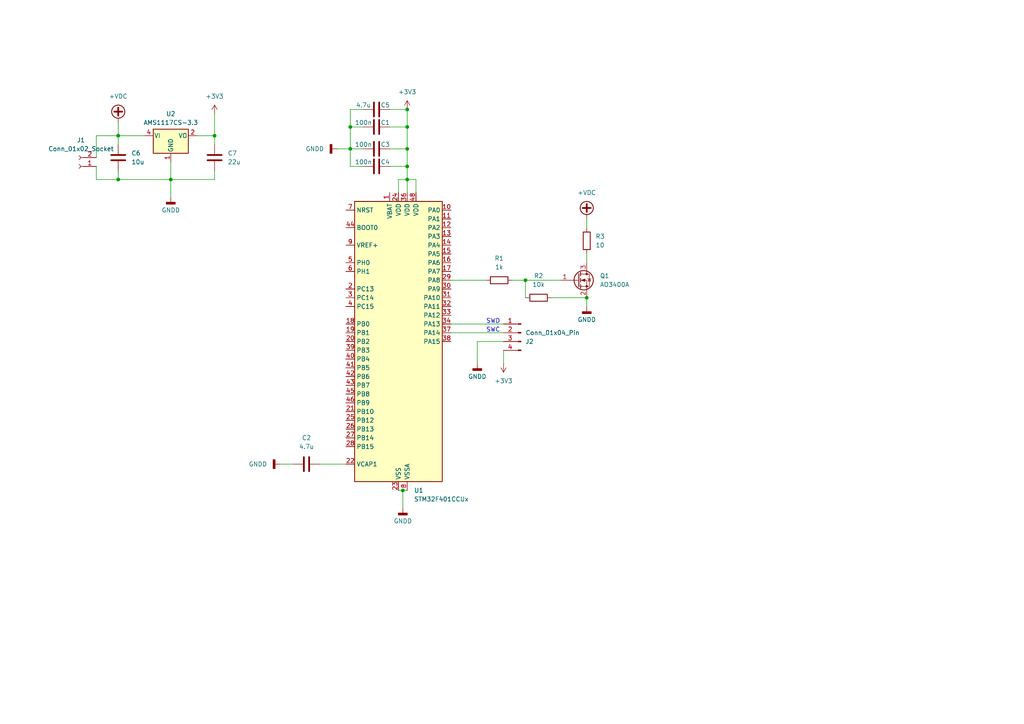
<source format=kicad_sch>
(kicad_sch (version 20230121) (generator eeschema)
  (paper "A4")
  (lib_symbols
    (symbol "Connector:Conn_01x02_Socket" (pin_names (offset 1.016) hide)
      (property "Reference" "J" (at 0 2.54 0))
      (property "Value" "Conn_01x02_Socket" (at 0 -5.08 0))
      (symbol "Conn_01x02_Socket_1_1"
        (arc (start 0 -2.032) (mid -0.5058 -2.54) (end 0 -3.048) (stroke (width 0.1524)))
        (polyline (pts (xy -1.27 -2.54) (xy -0.508 -2.54)) (stroke (width 0.1524)))
        (polyline (pts (xy -1.27 0) (xy -0.508 0)) (stroke (width 0.1524)))
        (arc (start 0 0.508) (mid -0.5058 0) (end 0 -0.508) (stroke (width 0.1524)))
        (pin passive line (at -5.08 0 0) (length 3.81) (name "Pin_1") (number "1"))
        (pin passive line (at -5.08 -2.54 0) (length 3.81) (name "Pin_2") (number "2"))
      )
    )
    (symbol "Connector:Conn_01x04_Pin" (pin_names (offset 1.016) hide)
      (property "Reference" "J" (at 0 5.08 0))
      (property "Value" "Conn_01x04_Pin" (at 0 -7.62 0))
      (symbol "Conn_01x04_Pin_1_1"
        (polyline (pts (xy 1.27 -5.08) (xy 0.8636 -5.08)) (stroke (width 0.1524)))
        (polyline (pts (xy 1.27 -2.54) (xy 0.8636 -2.54)) (stroke (width 0.1524)))
        (polyline (pts (xy 1.27 0) (xy 0.8636 0)) (stroke (width 0.1524)))
        (polyline (pts (xy 1.27 2.54) (xy 0.8636 2.54)) (stroke (width 0.1524)))
        (rectangle (start 0.8636 -4.953) (end 0 -5.207) (stroke (width 0.1524)) (fill (type outline)))
        (rectangle (start 0.8636 -2.413) (end 0 -2.667) (stroke (width 0.1524)) (fill (type outline)))
        (rectangle (start 0.8636 0.127) (end 0 -0.127) (stroke (width 0.1524)) (fill (type outline)))
        (rectangle (start 0.8636 2.667) (end 0 2.413) (stroke (width 0.1524)) (fill (type outline)))
        (pin passive line (at 5.08 2.54 180) (length 3.81) (name "Pin_1") (number "1"))
        (pin passive line (at 5.08 0 180) (length 3.81) (name "Pin_2") (number "2"))
        (pin passive line (at 5.08 -2.54 180) (length 3.81) (name "Pin_3") (number "3"))
        (pin passive line (at 5.08 -5.08 180) (length 3.81) (name "Pin_4") (number "4"))
      )
    )
    (symbol "Device:C" (pin_numbers hide) (pin_names (offset 0.254))
      (property "Reference" "C" (at 0.635 2.54 0))
      (property "Value" "C" (at 0.635 -2.54 0))
      (symbol "C_0_1"
        (polyline (pts (xy -2.032 -0.762) (xy 2.032 -0.762)) (stroke (width 0.508)))
        (polyline (pts (xy -2.032 0.762) (xy 2.032 0.762)) (stroke (width 0.508)))
      )
      (symbol "C_1_1"
        (pin passive line (at 0 3.81 270) (length 2.794) (name "~") (number "1"))
        (pin passive line (at 0 -3.81 90) (length 2.794) (name "~") (number "2"))
      )
    )
    (symbol "Device:R" (pin_numbers hide) (pin_names (offset 0))
      (property "Reference" "R" (at 2.032 0 90))
      (property "Value" "R" (at 0 0 90))
      (symbol "R_0_1"
        (rectangle (start -1.016 -2.54) (end 1.016 2.54) (stroke (width 0.254)))
      )
      (symbol "R_1_1"
        (pin passive line (at 0 3.81 270) (length 1.27) (name "~") (number "1"))
        (pin passive line (at 0 -3.81 90) (length 1.27) (name "~") (number "2"))
      )
    )
    (symbol "MCU_ST_STM32F4:STM32F401CCUx"
      (property "Reference" "U" (at -12.7 41.91 0))
      (property "Value" "STM32F401CCUx" (at 7.62 41.91 0))
      (symbol "STM32F401CCUx_0_1"
        (rectangle (start -12.7 -40.64) (end 12.7 40.64) (stroke (width 0.254)) (fill (type background)))
      )
      (symbol "STM32F401CCUx_1_1"
        (pin power_in line (at -2.54 43.18 270) (length 2.54) (name "VBAT") (number "1"))
        (pin bidirectional line (at 15.24 38.1 180) (length 2.54) (name "PA0") (number "10"))
        (pin bidirectional line (at 15.24 35.56 180) (length 2.54) (name "PA1") (number "11"))
        (pin bidirectional line (at 15.24 33.02 180) (length 2.54) (name "PA2") (number "12"))
        (pin bidirectional line (at 15.24 30.48 180) (length 2.54) (name "PA3") (number "13"))
        (pin bidirectional line (at 15.24 27.94 180) (length 2.54) (name "PA4") (number "14"))
        (pin bidirectional line (at 15.24 25.4 180) (length 2.54) (name "PA5") (number "15"))
        (pin bidirectional line (at 15.24 22.86 180) (length 2.54) (name "PA6") (number "16"))
        (pin bidirectional line (at 15.24 20.32 180) (length 2.54) (name "PA7") (number "17"))
        (pin bidirectional line (at -15.24 5.08 0) (length 2.54) (name "PB0") (number "18"))
        (pin bidirectional line (at -15.24 2.54 0) (length 2.54) (name "PB1") (number "19"))
        (pin bidirectional line (at -15.24 15.24 0) (length 2.54) (name "PC13") (number "2"))
        (pin bidirectional line (at -15.24 0 0) (length 2.54) (name "PB2") (number "20"))
        (pin bidirectional line (at -15.24 -20.32 0) (length 2.54) (name "PB10") (number "21"))
        (pin power_out line (at -15.24 -35.56 0) (length 2.54) (name "VCAP1") (number "22"))
        (pin power_in line (at 0 -43.18 90) (length 2.54) (name "VSS") (number "23"))
        (pin power_in line (at 0 43.18 270) (length 2.54) (name "VDD") (number "24"))
        (pin bidirectional line (at -15.24 -22.86 0) (length 2.54) (name "PB12") (number "25"))
        (pin bidirectional line (at -15.24 -25.4 0) (length 2.54) (name "PB13") (number "26"))
        (pin bidirectional line (at -15.24 -27.94 0) (length 2.54) (name "PB14") (number "27"))
        (pin bidirectional line (at -15.24 -30.48 0) (length 2.54) (name "PB15") (number "28"))
        (pin bidirectional line (at 15.24 17.78 180) (length 2.54) (name "PA8") (number "29"))
        (pin bidirectional line (at -15.24 12.7 0) (length 2.54) (name "PC14") (number "3"))
        (pin bidirectional line (at 15.24 15.24 180) (length 2.54) (name "PA9") (number "30"))
        (pin bidirectional line (at 15.24 12.7 180) (length 2.54) (name "PA10") (number "31"))
        (pin bidirectional line (at 15.24 10.16 180) (length 2.54) (name "PA11") (number "32"))
        (pin bidirectional line (at 15.24 7.62 180) (length 2.54) (name "PA12") (number "33"))
        (pin bidirectional line (at 15.24 5.08 180) (length 2.54) (name "PA13") (number "34"))
        (pin passive line (at 0 -43.18 90) (length 2.54) hide (name "VSS") (number "35"))
        (pin power_in line (at 2.54 43.18 270) (length 2.54) (name "VDD") (number "36"))
        (pin bidirectional line (at 15.24 2.54 180) (length 2.54) (name "PA14") (number "37"))
        (pin bidirectional line (at 15.24 0 180) (length 2.54) (name "PA15") (number "38"))
        (pin bidirectional line (at -15.24 -2.54 0) (length 2.54) (name "PB3") (number "39"))
        (pin bidirectional line (at -15.24 10.16 0) (length 2.54) (name "PC15") (number "4"))
        (pin bidirectional line (at -15.24 -5.08 0) (length 2.54) (name "PB4") (number "40"))
        (pin bidirectional line (at -15.24 -7.62 0) (length 2.54) (name "PB5") (number "41"))
        (pin bidirectional line (at -15.24 -10.16 0) (length 2.54) (name "PB6") (number "42"))
        (pin bidirectional line (at -15.24 -12.7 0) (length 2.54) (name "PB7") (number "43"))
        (pin input line (at -15.24 33.02 0) (length 2.54) (name "BOOT0") (number "44"))
        (pin bidirectional line (at -15.24 -15.24 0) (length 2.54) (name "PB8") (number "45"))
        (pin bidirectional line (at -15.24 -17.78 0) (length 2.54) (name "PB9") (number "46"))
        (pin passive line (at 0 -43.18 90) (length 2.54) hide (name "VSS") (number "47"))
        (pin power_in line (at 5.08 43.18 270) (length 2.54) (name "VDD") (number "48"))
        (pin passive line (at 0 -43.18 90) (length 2.54) hide (name "VSS") (number "49"))
        (pin bidirectional line (at -15.24 22.86 0) (length 2.54) (name "PH0") (number "5"))
        (pin bidirectional line (at -15.24 20.32 0) (length 2.54) (name "PH1") (number "6"))
        (pin input line (at -15.24 38.1 0) (length 2.54) (name "NRST") (number "7"))
        (pin power_in line (at 2.54 -43.18 90) (length 2.54) (name "VSSA") (number "8"))
        (pin input line (at -15.24 27.94 0) (length 2.54) (name "VREF+") (number "9"))
      )
    )
    (symbol "Regulator_Linear:AMS1117CS-3.3" (pin_names (offset 0.254))
      (property "Reference" "U" (at -3.81 3.175 0))
      (property "Value" "AMS1117CS-3.3" (at 0 3.175 0))
      (symbol "AMS1117CS-3.3_0_1"
        (rectangle (start -5.08 -5.08) (end 5.08 1.905) (stroke (width 0.254)) (fill (type background)))
      )
      (symbol "AMS1117CS-3.3_1_1"
        (pin power_in line (at 0 -7.62 90) (length 2.54) (name "GND") (number "1"))
        (pin power_out line (at 7.62 0 180) (length 2.54) (name "VO") (number "2"))
        (pin passive line (at 7.62 0 180) (length 2.54) hide (name "VO") (number "3"))
        (pin power_in line (at -7.62 0 0) (length 2.54) (name "VI") (number "4"))
        (pin no_connect line (at -2.54 -2.54 180) (length 2.54) hide (name "NC") (number "5"))
        (pin passive line (at 7.62 0 180) (length 2.54) hide (name "VO") (number "6"))
        (pin passive line (at 7.62 0 180) (length 2.54) hide (name "VO") (number "7"))
        (pin no_connect line (at 2.54 -2.54 0) (length 2.54) hide (name "NC") (number "8"))
      )
    )
    (symbol "Transistor_FET:AO3400A" (pin_names hide)
      (property "Reference" "Q" (at 5.08 1.905 0))
      (property "Value" "AO3400A" (at 5.08 0 0))
      (symbol "AO3400A_0_1"
        (polyline (pts (xy 0.254 0) (xy -2.54 0)))
        (polyline (pts (xy 0.254 1.905) (xy 0.254 -1.905)) (stroke (width 0.254)))
        (polyline (pts (xy 0.762 -1.27) (xy 0.762 -2.286)) (stroke (width 0.254)))
        (polyline (pts (xy 0.762 0.508) (xy 0.762 -0.508)) (stroke (width 0.254)))
        (polyline (pts (xy 0.762 2.286) (xy 0.762 1.27)) (stroke (width 0.254)))
        (polyline (pts (xy 2.54 2.54) (xy 2.54 1.778)))
        (polyline (pts (xy 2.54 -2.54) (xy 2.54 0) (xy 0.762 0)))
        (polyline (pts (xy 0.762 -1.778) (xy 3.302 -1.778) (xy 3.302 1.778) (xy 0.762 1.778)))
        (polyline (pts (xy 1.016 0) (xy 2.032 0.381) (xy 2.032 -0.381) (xy 1.016 0)) (fill (type outline)))
        (polyline (pts (xy 2.794 0.508) (xy 2.921 0.381) (xy 3.683 0.381) (xy 3.81 0.254)))
        (polyline (pts (xy 3.302 0.381) (xy 2.921 -0.254) (xy 3.683 -0.254) (xy 3.302 0.381)))
        (circle (center 1.651 0) (radius 2.794) (stroke (width 0.254)))
        (circle (center 2.54 -1.778) (radius 0.254) (fill (type outline)))
        (circle (center 2.54 1.778) (radius 0.254) (fill (type outline)))
      )
      (symbol "AO3400A_1_1"
        (pin input line (at -5.08 0 0) (length 2.54) (name "G") (number "1"))
        (pin passive line (at 2.54 -5.08 90) (length 2.54) (name "S") (number "2"))
        (pin passive line (at 2.54 5.08 270) (length 2.54) (name "D") (number "3"))
      )
    )
    (symbol "power:+3V3" (power) (pin_names (offset 0))
      (property "Value" "+3V3" (at 0 3.556 0))
      (symbol "+3V3_0_1"
        (polyline (pts (xy -0.762 1.27) (xy 0 2.54)))
        (polyline (pts (xy 0 0) (xy 0 2.54)))
        (polyline (pts (xy 0 2.54) (xy 0.762 1.27)))
      )
      (symbol "+3V3_1_1"
        (pin power_in line (at 0 0 90) (length 0) hide (name "+3V3") (number "1"))
      )
    )
    (symbol "power:+VDC" (power) (pin_names (offset 0))
      (property "Value" "+VDC" (at 0 6.35 0))
      (symbol "+VDC_0_1"
        (polyline (pts (xy -1.143 3.175) (xy 1.143 3.175)) (stroke (width 0.508)))
        (polyline (pts (xy 0 0) (xy 0 1.27)))
        (polyline (pts (xy 0 2.032) (xy 0 4.318)) (stroke (width 0.508)))
        (circle (center 0 3.175) (radius 1.905) (stroke (width 0.254)))
      )
      (symbol "+VDC_1_1"
        (pin power_in line (at 0 0 90) (length 0) hide (name "+VDC") (number "1"))
      )
    )
    (symbol "power:GNDD" (power) (pin_names (offset 0))
      (property "Value" "GNDD" (at 0 -3.175 0))
      (symbol "GNDD_0_1"
        (rectangle (start -1.27 -1.524) (end 1.27 -2.032) (stroke (width 0.254)) (fill (type outline)))
        (polyline (pts (xy 0 0) (xy 0 -1.524)))
      )
      (symbol "GNDD_1_1"
        (pin power_in line (at 0 0 270) (length 0) hide (name "GNDD") (number "1"))
      )
    )
  )
  (junction (at 34.29 39.37))
  (junction (at 62.23 39.37))
  (junction (at 118.11 43.18))
  (junction (at 170.18 86.36))
  (junction (at 116.84 142.24))
  (junction (at 49.53 52.07))
  (junction (at 34.29 52.07))
  (junction (at 101.6 43.18))
  (junction (at 118.11 36.83))
  (junction (at 152.4 81.28))
  (junction (at 118.11 48.26))
  (junction (at 101.6 36.83))
  (junction (at 118.11 52.07))
  (junction (at 118.11 31.75))
  (wire (pts (xy 34.29 39.37) (xy 41.91 39.37)))
  (wire (pts (xy 101.6 31.75) (xy 101.6 36.83)))
  (wire (pts (xy 170.18 63.5) (xy 170.18 66.04)))
  (wire (pts (xy 62.23 49.53) (xy 62.23 52.07)))
  (wire (pts (xy 81.28 134.62) (xy 85.09 134.62)))
  (wire (pts (xy 152.4 81.28) (xy 162.56 81.28)))
  (wire (pts (xy 118.11 52.07) (xy 118.11 55.88)))
  (wire (pts (xy 49.53 52.07) (xy 62.23 52.07)))
  (wire (pts (xy 62.23 39.37) (xy 57.15 39.37)))
  (wire (pts (xy 118.11 52.07) (xy 120.65 52.07)))
  (wire (pts (xy 34.29 49.53) (xy 34.29 52.07)))
  (wire (pts (xy 101.6 36.83) (xy 101.6 43.18)))
  (wire (pts (xy 118.11 43.18) (xy 118.11 48.26)))
  (wire (pts (xy 97.79 43.18) (xy 101.6 43.18)))
  (wire (pts (xy 115.57 142.24) (xy 116.84 142.24)))
  (wire (pts (xy 118.11 36.83) (xy 118.11 43.18)))
  (wire (pts (xy 170.18 88.9) (xy 170.18 86.36)))
  (wire (pts (xy 138.43 105.41) (xy 138.43 99.06)))
  (wire (pts (xy 118.11 31.75) (xy 118.11 36.83)))
  (wire (pts (xy 105.41 48.26) (xy 101.6 48.26)))
  (wire (pts (xy 27.94 45.72) (xy 27.94 39.37)))
  (wire (pts (xy 62.23 41.91) (xy 62.23 39.37)))
  (wire (pts (xy 92.71 134.62) (xy 100.33 134.62)))
  (wire (pts (xy 146.05 101.6) (xy 146.05 105.41)))
  (wire (pts (xy 113.03 36.83) (xy 118.11 36.83)))
  (wire (pts (xy 49.53 46.99) (xy 49.53 52.07)))
  (wire (pts (xy 27.94 39.37) (xy 34.29 39.37)))
  (wire (pts (xy 101.6 48.26) (xy 101.6 43.18)))
  (wire (pts (xy 130.81 93.98) (xy 146.05 93.98)))
  (wire (pts (xy 34.29 52.07) (xy 49.53 52.07)))
  (wire (pts (xy 113.03 48.26) (xy 118.11 48.26)))
  (wire (pts (xy 138.43 99.06) (xy 146.05 99.06)))
  (wire (pts (xy 34.29 35.56) (xy 34.29 39.37)))
  (wire (pts (xy 148.59 81.28) (xy 152.4 81.28)))
  (wire (pts (xy 115.57 52.07) (xy 118.11 52.07)))
  (wire (pts (xy 113.03 31.75) (xy 118.11 31.75)))
  (wire (pts (xy 49.53 52.07) (xy 49.53 57.15)))
  (wire (pts (xy 116.84 147.32) (xy 116.84 142.24)))
  (wire (pts (xy 160.02 86.36) (xy 170.18 86.36)))
  (wire (pts (xy 101.6 43.18) (xy 105.41 43.18)))
  (wire (pts (xy 130.81 96.52) (xy 146.05 96.52)))
  (wire (pts (xy 113.03 43.18) (xy 118.11 43.18)))
  (wire (pts (xy 34.29 41.91) (xy 34.29 39.37)))
  (wire (pts (xy 116.84 142.24) (xy 118.11 142.24)))
  (wire (pts (xy 170.18 73.66) (xy 170.18 76.2)))
  (wire (pts (xy 120.65 55.88) (xy 120.65 52.07)))
  (wire (pts (xy 27.94 52.07) (xy 34.29 52.07)))
  (wire (pts (xy 115.57 55.88) (xy 115.57 52.07)))
  (wire (pts (xy 62.23 33.02) (xy 62.23 39.37)))
  (wire (pts (xy 27.94 48.26) (xy 27.94 52.07)))
  (wire (pts (xy 118.11 48.26) (xy 118.11 52.07)))
  (wire (pts (xy 130.81 81.28) (xy 140.97 81.28)))
  (wire (pts (xy 152.4 81.28) (xy 152.4 86.36)))
  (wire (pts (xy 105.41 36.83) (xy 101.6 36.83)))
  (wire (pts (xy 105.41 31.75) (xy 101.6 31.75)))
  (text "SWD" (at 140.97 93.98 0) (effects (font (size 1.27 1.27)) (justify left bottom)))
  (text "SWC" (at 140.97 96.52 0) (effects (font (size 1.27 1.27)) (justify left bottom)))
  (symbol (lib_id "Device:R") (at 170.18 69.85 0) (unit 1)
    (property "Reference" "R3" (at 172.72 68.58 0) (effects (justify left)))
    (property "Value" "10" (at 172.72 71.12 0) (effects (justify left)))
    (property "Footprint" "Resistor_THT:R_Axial_Power_L60.0mm_W14.0mm_P71.12mm" (effects hide))
  )
  (symbol (lib_id "power:GNDD") (at 49.53 57.15 0) (unit 1)
    (property "Reference" "#PWR07" (effects hide))
    (property "Value" "GNDD" (at 49.53 60.96 0))
  )
  (symbol (lib_id "power:+VDC") (at 170.18 63.5 0) (unit 1)
    (property "Reference" "#PWR03" (effects hide))
    (property "Value" "+VDC" (at 170.18 55.88 0))
  )
  (symbol (lib_id "Device:C") (at 109.22 43.18 90) (unit 1)
    (property "Reference" "C3" (at 111.76 41.91 90))
    (property "Value" "100n" (at 105.41 41.91 90))
    (property "Footprint" "Capacitor_SMD:C_0603_1608Metric" (effects hide))
  )
  (symbol (lib_id "power:GNDD") (at 116.84 147.32 0) (unit 1)
    (property "Reference" "#PWR01" (effects hide))
    (property "Value" "GNDD" (at 116.84 151.13 0))
  )
  (symbol (lib_id "Regulator_Linear:AMS1117CS-3.3") (at 49.53 39.37 0) (unit 1)
    (property "Reference" "U2" (at 49.53 33.02 0))
    (property "Value" "AMS1117CS-3.3" (at 49.53 35.56 0))
    (property "Footprint" "Package_SO:SOIC-8_3.9x4.9mm_P1.27mm" (effects hide))
    (property "Datasheet" "http://www.advanced-monolithic.com/pdf/ds1117.pdf" (effects hide))
  )
  (symbol (lib_id "power:+3V3") (at 146.05 105.41 180) (unit 1)
    (property "Reference" "#PWR011" (effects hide))
    (property "Value" "+3V3" (at 146.05 110.49 0))
  )
  (symbol (lib_id "Transistor_FET:AO3400A") (at 167.64 81.28 0) (unit 1)
    (property "Reference" "Q1" (at 173.99 80.01 0) (effects (justify left)))
    (property "Value" "AO3400A" (at 173.99 82.55 0) (effects (justify left)))
    (property "Footprint" "Package_TO_SOT_SMD:SOT-23" (effects hide))
    (property "Datasheet" "http://www.aosmd.com/pdfs/datasheet/AO3400A.pdf" (effects hide))
  )
  (symbol (lib_id "Connector:Conn_01x02_Socket") (at 22.86 48.26 180) (unit 1)
    (property "Reference" "J1" (at 23.495 40.64 0))
    (property "Value" "Conn_01x02_Socket" (at 23.495 43.18 0))
  )
  (symbol (lib_id "MCU_ST_STM32F4:STM32F401CCUx") (at 115.57 99.06 0) (unit 1)
    (property "Reference" "U1" (at 120.0659 142.24 0) (effects (justify left)))
    (property "Value" "STM32F401CCUx" (at 120.0659 144.78 0) (effects (justify left)))
    (property "Footprint" "Package_DFN_QFN:QFN-48-1EP_7x7mm_P0.5mm_EP5.6x5.6mm" (effects hide))
    (property "Datasheet" "https://www.st.com/resource/en/datasheet/stm32f401cc.pdf" (effects hide))
  )
  (symbol (lib_id "Device:C") (at 34.29 45.72 180) (unit 1)
    (property "Reference" "C6" (at 38.1 44.45 0) (effects (justify right)))
    (property "Value" "10u" (at 38.1 46.99 0) (effects (justify right)))
    (property "Footprint" "Capacitor_SMD:C_0805_2012Metric" (effects hide))
  )
  (symbol (lib_id "power:GNDD") (at 81.28 134.62 270) (unit 1)
    (property "Reference" "#PWR05" (effects hide))
    (property "Value" "GNDD" (at 77.47 134.62 90) (effects (justify right)))
  )
  (symbol (lib_id "power:+3V3") (at 62.23 33.02 0) (unit 1)
    (property "Reference" "#PWR09" (effects hide))
    (property "Value" "+3V3" (at 62.23 27.94 0))
  )
  (symbol (lib_id "Device:C") (at 109.22 36.83 90) (unit 1)
    (property "Reference" "C1" (at 111.76 35.56 90))
    (property "Value" "100n" (at 105.41 35.56 90))
    (property "Footprint" "Capacitor_SMD:C_0603_1608Metric" (effects hide))
  )
  (symbol (lib_id "Connector:Conn_01x04_Pin") (at 151.13 96.52 0) (mirror y) (unit 1)
    (property "Reference" "J2" (at 152.4 99.06 0) (effects (justify right)))
    (property "Value" "Conn_01x04_Pin" (at 152.4 96.52 0) (effects (justify right)))
  )
  (symbol (lib_id "Device:C") (at 88.9 134.62 90) (unit 1)
    (property "Reference" "C2" (at 88.9 127 90))
    (property "Value" "4.7u" (at 88.9 129.54 90))
    (property "Footprint" "Capacitor_SMD:C_0603_1608Metric" (effects hide))
  )
  (symbol (lib_id "power:+VDC") (at 34.29 35.56 0) (unit 1)
    (property "Reference" "#PWR08" (effects hide))
    (property "Value" "+VDC" (at 34.29 27.94 0))
  )
  (symbol (lib_id "power:GNDD") (at 97.79 43.18 270) (unit 1)
    (property "Reference" "#PWR06" (effects hide))
    (property "Value" "GNDD" (at 93.98 43.18 90) (effects (justify right)))
  )
  (symbol (lib_id "power:GNDD") (at 138.43 105.41 0) (unit 1)
    (property "Reference" "#PWR010" (effects hide))
    (property "Value" "GNDD" (at 138.43 109.22 0))
  )
  (symbol (lib_id "Device:C") (at 62.23 45.72 180) (unit 1)
    (property "Reference" "C7" (at 66.04 44.45 0) (effects (justify right)))
    (property "Value" "22u" (at 66.04 46.99 0) (effects (justify right)))
    (property "Footprint" "Capacitor_Tantalum_SMD:CP_EIA-1608-08_AVX-J" (effects hide))
  )
  (symbol (lib_id "Device:C") (at 109.22 31.75 90) (unit 1)
    (property "Reference" "C5" (at 111.76 30.48 90))
    (property "Value" "4.7u" (at 105.41 30.48 90))
    (property "Footprint" "Capacitor_SMD:C_0603_1608Metric" (effects hide))
  )
  (symbol (lib_id "power:+3V3") (at 118.11 31.75 0) (unit 1)
    (property "Reference" "#PWR04" (effects hide))
    (property "Value" "+3V3" (at 118.11 26.67 0))
  )
  (symbol (lib_id "power:GNDD") (at 170.18 88.9 0) (unit 1)
    (property "Reference" "#PWR02" (effects hide))
    (property "Value" "GNDD" (at 170.18 92.71 0))
  )
  (symbol (lib_id "Device:R") (at 144.78 81.28 90) (unit 1)
    (property "Reference" "R1" (at 144.78 74.93 90))
    (property "Value" "1k" (at 144.78 77.47 90))
    (property "Footprint" "Resistor_SMD:R_0805_2012Metric" (effects hide))
  )
  (symbol (lib_id "Device:R") (at 156.21 86.36 90) (unit 1)
    (property "Reference" "R2" (at 156.21 80.01 90))
    (property "Value" "10k" (at 156.21 82.55 90))
    (property "Footprint" "Resistor_SMD:R_0805_2012Metric" (effects hide))
  )
  (symbol (lib_id "Device:C") (at 109.22 48.26 90) (unit 1)
    (property "Reference" "C4" (at 111.76 46.99 90))
    (property "Value" "100n" (at 105.41 46.99 90))
    (property "Footprint" "Capacitor_SMD:C_0603_1608Metric" (effects hide))
  )
)
</source>
